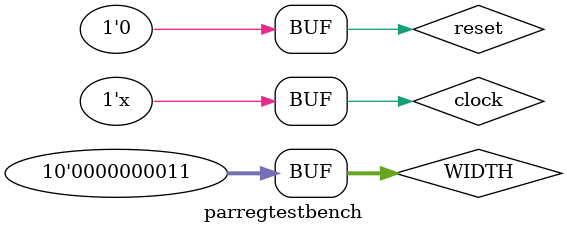
<source format=v>
module parregtestbench();

reg clock=0;
reg reset=1;
reg [9:0] WIDTH=10'b0000000100;
wire [511:0] op;

parreg uut (
    clock, reset, WIDTH, op
);

always begin
    #1; clock = !clock;
end

initial begin
    #40;

    WIDTH = 4'b0011; #10;
    reset = 0; #10;
end

endmodule

</source>
